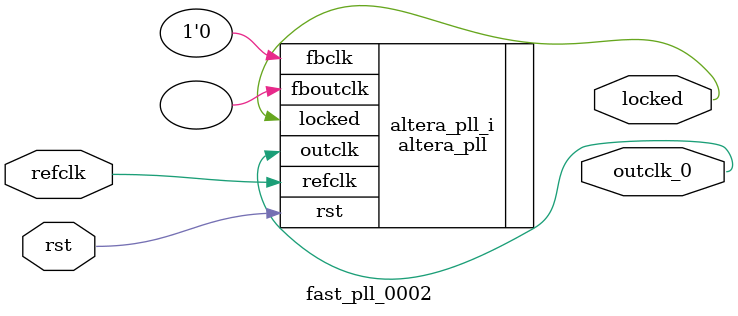
<source format=v>
`timescale 1ns/10ps
module  fast_pll_0002(

	// interface 'refclk'
	input wire refclk,

	// interface 'reset'
	input wire rst,

	// interface 'outclk0'
	output wire outclk_0,

	// interface 'locked'
	output wire locked
);

	altera_pll #(
		.fractional_vco_multiplier("false"),
		.reference_clock_frequency("50.0 MHz"),
		.operation_mode("direct"),
		.number_of_clocks(1),
		.output_clock_frequency0("148.000000 MHz"),
		.phase_shift0("0 ps"),
		.duty_cycle0(50),
		.output_clock_frequency1("0 MHz"),
		.phase_shift1("0 ps"),
		.duty_cycle1(50),
		.output_clock_frequency2("0 MHz"),
		.phase_shift2("0 ps"),
		.duty_cycle2(50),
		.output_clock_frequency3("0 MHz"),
		.phase_shift3("0 ps"),
		.duty_cycle3(50),
		.output_clock_frequency4("0 MHz"),
		.phase_shift4("0 ps"),
		.duty_cycle4(50),
		.output_clock_frequency5("0 MHz"),
		.phase_shift5("0 ps"),
		.duty_cycle5(50),
		.output_clock_frequency6("0 MHz"),
		.phase_shift6("0 ps"),
		.duty_cycle6(50),
		.output_clock_frequency7("0 MHz"),
		.phase_shift7("0 ps"),
		.duty_cycle7(50),
		.output_clock_frequency8("0 MHz"),
		.phase_shift8("0 ps"),
		.duty_cycle8(50),
		.output_clock_frequency9("0 MHz"),
		.phase_shift9("0 ps"),
		.duty_cycle9(50),
		.output_clock_frequency10("0 MHz"),
		.phase_shift10("0 ps"),
		.duty_cycle10(50),
		.output_clock_frequency11("0 MHz"),
		.phase_shift11("0 ps"),
		.duty_cycle11(50),
		.output_clock_frequency12("0 MHz"),
		.phase_shift12("0 ps"),
		.duty_cycle12(50),
		.output_clock_frequency13("0 MHz"),
		.phase_shift13("0 ps"),
		.duty_cycle13(50),
		.output_clock_frequency14("0 MHz"),
		.phase_shift14("0 ps"),
		.duty_cycle14(50),
		.output_clock_frequency15("0 MHz"),
		.phase_shift15("0 ps"),
		.duty_cycle15(50),
		.output_clock_frequency16("0 MHz"),
		.phase_shift16("0 ps"),
		.duty_cycle16(50),
		.output_clock_frequency17("0 MHz"),
		.phase_shift17("0 ps"),
		.duty_cycle17(50),
		.pll_type("General"),
		.pll_subtype("General")
	) altera_pll_i (
		.rst	(rst),
		.outclk	({outclk_0}),
		.locked	(locked),
		.fboutclk	( ),
		.fbclk	(1'b0),
		.refclk	(refclk)
	);
endmodule


</source>
